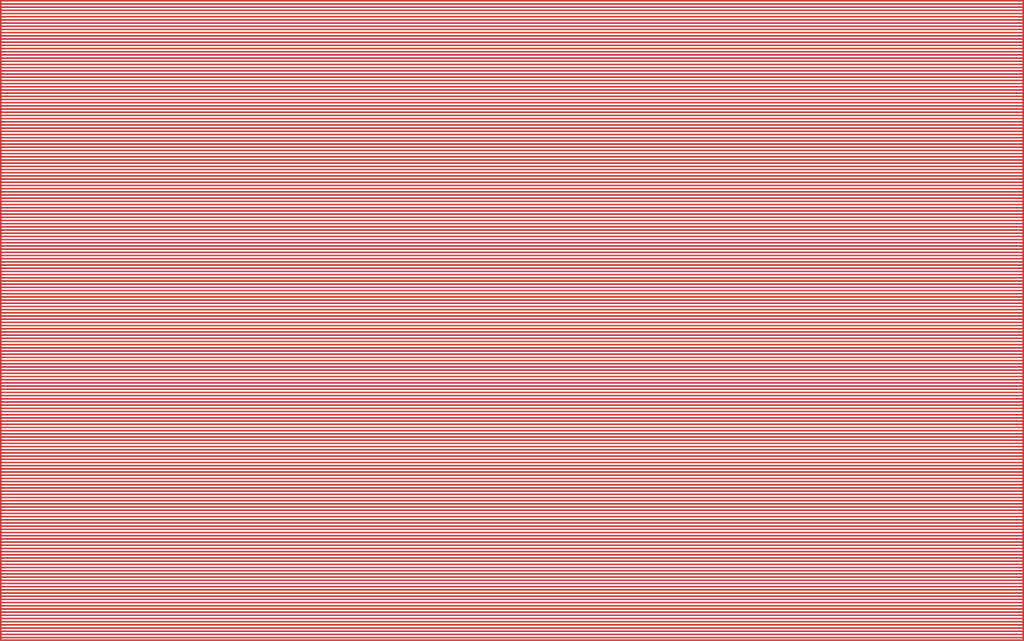
<source format=kicad_pcb>
(kicad_pcb (version 20211014) (generator pcbnew)

  (general
    (thickness 1.6)
  )

  (paper "A4")
  (layers
    (0 "F.Cu" signal)
    (31 "B.Cu" signal)
    (32 "B.Adhes" user "B.Adhesive")
    (33 "F.Adhes" user "F.Adhesive")
    (34 "B.Paste" user)
    (35 "F.Paste" user)
    (36 "B.SilkS" user "B.Silkscreen")
    (37 "F.SilkS" user "F.Silkscreen")
    (38 "B.Mask" user)
    (39 "F.Mask" user)
    (40 "Dwgs.User" user "User.Drawings")
    (41 "Cmts.User" user "User.Comments")
    (42 "Eco1.User" user "User.Eco1")
    (43 "Eco2.User" user "User.Eco2")
    (44 "Edge.Cuts" user)
    (45 "Margin" user)
    (46 "B.CrtYd" user "B.Courtyard")
    (47 "F.CrtYd" user "F.Courtyard")
    (48 "B.Fab" user)
    (49 "F.Fab" user)
    (50 "User.1" user)
    (51 "User.2" user)
    (52 "User.3" user)
    (53 "User.4" user)
    (54 "User.5" user)
    (55 "User.6" user)
    (56 "User.7" user)
    (57 "User.8" user)
    (58 "User.9" user)
  )

  (setup
    (pad_to_mask_clearance 0)
    (pcbplotparams
      (layerselection 0x00010fc_ffffffff)
      (disableapertmacros false)
      (usegerberextensions false)
      (usegerberattributes true)
      (usegerberadvancedattributes true)
      (creategerberjobfile true)
      (svguseinch false)
      (svgprecision 6)
      (excludeedgelayer true)
      (plotframeref false)
      (viasonmask false)
      (mode 1)
      (useauxorigin false)
      (hpglpennumber 1)
      (hpglpenspeed 20)
      (hpglpendiameter 15.000000)
      (dxfpolygonmode true)
      (dxfimperialunits true)
      (dxfusepcbnewfont true)
      (psnegative false)
      (psa4output false)
      (plotreference true)
      (plotvalue true)
      (plotinvisibletext false)
      (sketchpadsonfab false)
      (subtractmaskfromsilk false)
      (outputformat 1)
      (mirror false)
      (drillshape 0)
      (scaleselection 1)
      (outputdirectory "gerber")
    )
  )

  (net 0 "")

  (segment (start 26.958 92.202) (end 189.958 92.202) (width 0.25) (layer "F.Cu") (net 0) (tstamp 0137eda1-a281-48ab-bbec-172d76ea8454))
  (segment (start 26.958 81.026) (end 189.958 81.026) (width 0.25) (layer "F.Cu") (net 0) (tstamp 01fef755-0f7b-4612-854f-9df10a82204d))
  (segment (start 26.958 58.166) (end 189.958 58.166) (width 0.25) (layer "F.Cu") (net 0) (tstamp 059f091f-e58f-42b7-8d84-e174d3541fbf))
  (segment (start 26.958 112.522) (end 189.958 112.522) (width 0.25) (layer "F.Cu") (net 0) (tstamp 067d299a-8e10-4177-857e-ea374d6813c5))
  (segment (start 26.958 85.09) (end 189.958 85.09) (width 0.25) (layer "F.Cu") (net 0) (tstamp 06ad48f4-df0e-4ae2-a731-09e242058df2))
  (segment (start 26.958 45.974) (end 189.958 45.974) (width 0.25) (layer "F.Cu") (net 0) (tstamp 0b735e8e-3bc2-4f10-9b0f-fafed8289056))
  (segment (start 26.958 124.206) (end 189.958 124.206) (width 0.25) (layer "F.Cu") (net 0) (tstamp 0c05a558-978f-4201-b510-a9b2496d33d5))
  (segment (start 26.958 99.314) (end 189.958 99.314) (width 0.25) (layer "F.Cu") (net 0) (tstamp 0f30c589-1da9-44c3-9669-b2064ce8998b))
  (segment (start 26.958 65.278) (end 189.958 65.278) (width 0.25) (layer "F.Cu") (net 0) (tstamp 0f62180a-f93d-4350-a05f-295279c514a9))
  (segment (start 26.958 37.338) (end 189.958 37.338) (width 0.25) (layer "F.Cu") (net 0) (tstamp 0fba0469-385a-4534-86f0-83b3d86e474a))
  (segment (start 26.958 57.15) (end 189.958 57.15) (width 0.25) (layer "F.Cu") (net 0) (tstamp 142cfff5-6cc7-437e-956f-3e77101760cb))
  (segment (start 26.958 108.966) (end 189.958 108.966) (width 0.25) (layer "F.Cu") (net 0) (tstamp 150165f2-0f1c-44a2-bfdc-55ac502edaea))
  (segment (start 26.958 67.818) (end 189.958 67.818) (width 0.25) (layer "F.Cu") (net 0) (tstamp 16354241-be73-4bb2-a797-2ec656bba52b))
  (segment (start 26.958 56.134) (end 189.958 56.134) (width 0.25) (layer "F.Cu") (net 0) (tstamp 17044c77-81ff-4883-854b-1e9ae86345dd))
  (segment (start 26.958 99.822) (end 189.958 99.822) (width 0.25) (layer "F.Cu") (net 0) (tstamp 194fc133-31de-4ddb-b8d5-3719de51bfcc))
  (segment (start 26.958 79.502) (end 189.958 79.502) (width 0.25) (layer "F.Cu") (net 0) (tstamp 196de597-b27e-4294-b02d-4857beecbd69))
  (segment (start 26.958 42.926) (end 189.958 42.926) (width 0.25) (layer "F.Cu") (net 0) (tstamp 197e1a79-4496-43fd-861e-a6d24043de56))
  (segment (start 26.958 44.958) (end 189.958 44.958) (width 0.25) (layer "F.Cu") (net 0) (tstamp 199c62d5-f161-467e-aac0-b122f3353d2a))
  (segment (start 26.958 28.194) (end 189.958 28.194) (width 0.25) (layer "F.Cu") (net 0) (tstamp 1c475bfa-e120-49ba-9240-11ce9a912c85))
  (segment (start 26.958 96.774) (end 189.958 96.774) (width 0.25) (layer "F.Cu") (net 0) (tstamp 1cbb6e1b-45fe-4dd7-be48-9db22abfc169))
  (segment (start 26.958 39.878) (end 189.958 39.878) (width 0.25) (layer "F.Cu") (net 0) (tstamp 1d9c4ee6-5e84-44e4-b0f4-cb5b64f47ace))
  (segment (start 26.958 45.466) (end 189.958 45.466) (width 0.25) (layer "F.Cu") (net 0) (tstamp 23248dce-24e3-4258-be9b-2c3226426482))
  (segment (start 26.958 100.838) (end 189.958 100.838) (width 0.25) (layer "F.Cu") (net 0) (tstamp 2582eef6-0eaf-4ecc-b9c6-35ff2de65c52))
  (segment (start 26.958 51.054) (end 189.958 51.054) (width 0.25) (layer "F.Cu") (net 0) (tstamp 26ab6c8d-b0c6-4267-b0a5-b30ab2f665c2))
  (segment (start 26.958 43.434) (end 189.958 43.434) (width 0.25) (layer "F.Cu") (net 0) (tstamp 2762362f-fff8-4ef7-af41-493e45479bff))
  (segment (start 26.958 41.402) (end 189.958 41.402) (width 0.25) (layer "F.Cu") (net 0) (tstamp 27edd497-eb57-4c05-8b8a-5b763c767c48))
  (segment (start 26.958 66.294) (end 189.958 66.294) (width 0.25) (layer "F.Cu") (net 0) (tstamp 27fb32ec-fd6f-4c9f-9b67-4ef789a458a6))
  (segment (start 26.958 84.074) (end 189.958 84.074) (width 0.25) (layer "F.Cu") (net 0) (tstamp 28080727-78d7-4c33-a566-9cd66d818e73))
  (segment (start 26.958 30.226) (end 189.958 30.226) (width 0.25) (layer "F.Cu") (net 0) (tstamp 28421461-6adf-41fd-964d-e3daa138569c))
  (segment (start 26.958 33.274) (end 189.958 33.274) (width 0.25) (layer "F.Cu") (net 0) (tstamp 2a216a76-d366-4ced-896c-b55dac599b8a))
  (segment (start 26.958 95.758) (end 189.958 95.758) (width 0.25) (layer "F.Cu") (net 0) (tstamp 2bc20418-c48a-4c5a-b4e3-6a4a70caec69))
  (segment (start 26.958 100.33) (end 189.958 100.33) (width 0.25) (layer "F.Cu") (net 0) (tstamp 2c1ad1dd-fd58-4ff3-9b9e-4849ced6b509))
  (segment (start 26.958 31.75) (end 189.958 31.75) (width 0.25) (layer "F.Cu") (net 0) (tstamp 2c458a04-87be-493e-92b7-6843204a7238))
  (segment (start 26.958 48.006) (end 189.958 48.006) (width 0.25) (layer "F.Cu") (net 0) (tstamp 2e020549-ef6d-4683-93ef-83addc1e8b5a))
  (segment (start 26.958 27.686) (end 189.958 27.686) (width 0.25) (layer "F.Cu") (net 0) (tstamp 2e2d0cdd-e591-4450-a51d-a7a4ca2c069d))
  (segment (start 26.958 33.782) (end 189.958 33.782) (width 0.25) (layer "F.Cu") (net 0) (tstamp 2ff88e77-dece-4659-8b63-3c605009fcbe))
  (segment (start 26.958 125.222) (end 189.958 125.222) (width 0.25) (layer "F.Cu") (net 0) (tstamp 2fff4563-28ae-40e5-a71f-d21da1b4b48d))
  (segment (start 26.958 68.326) (end 189.958 68.326) (width 0.25) (layer "F.Cu") (net 0) (tstamp 309c43ca-c615-4b11-b92c-e2f87131cfa0))
  (segment (start 26.958 123.698) (end 189.958 123.698) (width 0.25) (layer "F.Cu") (net 0) (tstamp 31e31be2-ea4d-40fd-b07f-d998e157e6f3))
  (segment (start 26.958 37.846) (end 189.958 37.846) (width 0.25) (layer "F.Cu") (net 0) (tstamp 332684b8-b77e-4a8c-a386-1c014b162710))
  (segment (start 26.958 65.786) (end 189.958 65.786) (width 0.25) (layer "F.Cu") (net 0) (tstamp 343870d5-897c-47e2-b9f8-58a16ab20d2c))
  (segment (start 26.958 28.702) (end 189.958 28.702) (width 0.25) (layer "F.Cu") (net 0) (tstamp 3594b023-0de7-44e7-85a4-7fbfbc88f0c5))
  (segment (start 26.958 40.894) (end 189.958 40.894) (width 0.25) (layer "F.Cu") (net 0) (tstamp 3886be90-e7b7-45fc-bc30-cec6cd64f161))
  (segment (start 26.958 70.358) (end 189.958 70.358) (width 0.25) (layer "F.Cu") (net 0) (tstamp 388c6a47-1f62-4c73-8f76-760c4b8852ec))
  (segment (start 26.958 38.862) (end 189.958 38.862) (width 0.25) (layer "F.Cu") (net 0) (tstamp 393e7503-7faa-425e-b614-b4a0a2c83eb5))
  (segment (start 26.958 94.742) (end 189.958 94.742) (width 0.25) (layer "F.Cu") (net 0) (tstamp 3b310fe1-cfe0-43c6-a1f6-d396202787a0))
  (segment (start 26.958 112.014) (end 189.958 112.014) (width 0.25) (layer "F.Cu") (net 0) (tstamp 3d9f486a-3039-48d3-b2c2-4106d40ab5f8))
  (segment (start 26.958 95.25) (end 189.958 95.25) (width 0.25) (layer "F.Cu") (net 0) (tstamp 3f95069d-09a4-4d51-ac85-5be0623484b0))
  (segment (start 26.958 92.71) (end 189.958 92.71) (width 0.25) (layer "F.Cu") (net 0) (tstamp 41df325f-3d9e-4cfa-b389-a078dec28319))
  (segment (start 26.958 126.238) (end 189.958 126.238) (width 0.25) (layer "F.Cu") (net 0) (tstamp 42237d9b-11da-49d2-8f27-e3040d881f77))
  (segment (start 26.958 102.362) (end 189.958 102.362) (width 0.25) (layer "F.Cu") (net 0) (tstamp 43eea08a-6b04-4664-907f-2ba2c658d470))
  (segment (start 26.958 50.546) (end 189.958 50.546) (width 0.25) (layer "F.Cu") (net 0) (tstamp 446e23e9-e5dd-4223-8a09-7de2acb44fb5))
  (segment (start 26.958 122.682) (end 189.958 122.682) (width 0.25) (layer "F.Cu") (net 0) (tstamp 45827fb6-012e-483e-b823-2864816a72b1))
  (segment (start 26.958 42.418) (end 189.958 42.418) (width 0.25) (layer "F.Cu") (net 0) (tstamp 463add5c-4479-40be-aa2f-71bbecac9a15))
  (segment (start 26.958 34.29) (end 189.958 34.29) (width 0.25) (layer "F.Cu") (net 0) (tstamp 47b95054-956f-44dc-a5b4-15ee4ea91418))
  (segment (start 26.958 88.646) (end 189.958 88.646) (width 0.25) (layer "F.Cu") (net 0) (tstamp 47ff82cc-c192-4b77-8d40-1f2d21eebf5e))
  (segment (start 26.958 29.718) (end 189.958 29.718) (width 0.25) (layer "F.Cu") (net 0) (tstamp 48d89c03-30c5-4247-9f09-e5815e67ff2b))
  (segment (start 26.958 66.802) (end 189.958 66.802) (width 0.25) (layer "F.Cu") (net 0) (tstamp 49af764b-42f7-4897-aa2a-c3d09c3b1437))
  (segment (start 26.958 116.078) (end 189.958 116.078) (width 0.25) (layer "F.Cu") (net 0) (tstamp 4b5acd7d-595f-4532-8da4-206533af9941))
  (segment (start 26.958 123.19) (end 189.958 123.19) (width 0.25) (layer "F.Cu") (net 0) (tstamp 4c8027f3-915c-4853-a53c-bc426a9ca6f1))
  (segment (start 26.958 73.914) (end 189.958 73.914) (width 0.25) (layer "F.Cu") (net 0) (tstamp 4cd02096-2bed-4db1-b436-48310c25ea03))
  (segment (start 26.958 119.126) (end 189.958 119.126) (width 0.25) (layer "F.Cu") (net 0) (tstamp 4fd45f77-3ed4-4f28-b4f7-876ff958a540))
  (segment (start 26.958 67.31) (end 189.958 67.31) (width 0.25) (layer "F.Cu") (net 0) (tstamp 500da3b5-f100-4756-8289-96a6155970be))
  (segment (start 26.958 61.214) (end 189.958 61.214) (width 0.25) (layer "F.Cu") (net 0) (tstamp 518a3875-a78a-460c-b783-de70a8155894))
  (segment (start 26.958 53.594) (end 189.958 53.594) (width 0.25) (layer "F.Cu") (net 0) (tstamp 560fb8de-08ea-4ce3-b952-ebfc555b4239))
  (segment (start 26.958 34.798) (end 189.958 34.798) (width 0.25) (layer "F.Cu") (net 0) (tstamp 56203402-79b1-40a1-97ad-4c42312e0916))
  (segment (start 26.958 77.978) (end 189.958 77.978) (width 0.25) (layer "F.Cu") (net 0) (tstamp 57c9ff08-1242-4aec-9c1d-c4148332469b))
  (segment (start 26.958 27.178) (end 189.958 27.178) (width 0.25) (layer "F.Cu") (net 0) (tstamp 592c91f6-c172-4a32-884a-061752c1bff9))
  (segment (start 26.958 89.662) (end 189.958 89.662) (width 0.25) (layer "F.Cu") (net 0) (tstamp 5a37da92-63af-4864-886a-a75a94480e33))
  (segment (start 26.958 97.79) (end 189.958 97.79) (width 0.25) (layer "F.Cu") (net 0) (tstamp 5a474e30-fb0e-4b19-9cbb-221392d75de1))
  (segment (start 26.958 41.91) (end 189.958 41.91) (width 0.25) (layer "F.Cu") (net 0) (tstamp 5a5a7337-565c-494f-973c-49547247a8e4))
  (segment (start 26.958 93.726) (end 189.958 93.726) (width 0.25) (layer "F.Cu") (net 0) (tstamp 5a753d6b-a6fe-4bdd-938d-0e819db5f50b))
  (segment (start 26.958 110.998) (end 189.958 110.998) (width 0.25) (layer "F.Cu") (net 0) (tstamp 5ad39790-bf38-4b96-a574-354746ed74b4))
  (segment (start 26.958 73.406) (end 189.958 73.406) (width 0.25) (layer "F.Cu") (net 0) (tstamp 5b5c7080-02d0-46a0-a033-9cfab2aad2f2))
  (segment (start 26.958 126.746) (end 189.958 126.746) (width 0.25) (layer "F.Cu") (net 0) (tstamp 61405017-aadd-431d-b0d4-c0fe2ccdb5a2))
  (segment (start 26.958 76.962) (end 189.958 76.962) (width 0.25) (layer "F.Cu") (net 0) (tstamp 63b79c76-211b-4721-8ab9-34e632562716))
  (segment (start 26.958 35.306) (end 189.958 35.306) (width 0.25) (layer "F.Cu") (net 0) (tstamp 64801e0e-c9b6-437d-9a1d-1ec9baec692d))
  (segment (start 26.958 118.618) (end 189.958 118.618) (width 0.25) (layer "F.Cu") (net 0) (tstamp 648bbfde-4f13-46aa-b46e-8c0e2db5bcdc))
  (segment (start 26.958 51.562) (end 189.958 51.562) (width 0.25) (layer "F.Cu") (net 0) (tstamp 65153519-520b-4075-93bb-dee74795edb1))
  (segment (start 26.958 54.102) (end 189.958 54.102) (width 0.25) (layer "F.Cu") (net 0) (tstamp 65d295bd-83e6-4c3c-8369-0d7bd6416dbb))
  (segment (start 26.958 49.53) (end 189.958 49.53) (width 0.25) (layer "F.Cu") (net 0) (tstamp 6622edd6-dc79-4021-a50a-0c5f74b9b17b))
  (segment (start 26.958 31.242) (end 189.958 31.242) (width 0.25) (layer "F.Cu") (net 0) (tstamp 66e17a71-96cf-4407-9b8f-494da5ce20c0))
  (segment (start 26.958 56.642) (end 189.958 56.642) (width 0.25) (layer "F.Cu") (net 0) (tstamp 68fefc62-1998-43bb-9d36-8e6e2897718f))
  (segment (start 26.958 69.85) (end 189.958 69.85) (width 0.25) (layer "F.Cu") (net 0) (tstamp 6a74f893-fd68-409a-8b13-8f04256eb3d3))
  (segment (start 26.958 71.374) (end 189.958 71.374) (width 0.25) (layer "F.Cu") (net 0) (tstamp 6b20b3c3-f89e-42dc-9475-7b682bfcdc3e))
  (segment (start 26.958 72.39) (end 189.958 72.39) (width 0.25) (layer "F.Cu") (net 0) (tstamp 6be47c12-cbbf-467d-8303-0d55b5b310c7))
  (segment (start 26.958 84.582) (end 189.958 84.582) (width 0.25) (layer "F.Cu") (net 0) (tstamp 6d246163-ffcf-4dd4-87aa-1be8d3d72297))
  (segment (start 26.958 63.246) (end 189.958 63.246) (width 0.25) (layer "F.Cu") (net 0) (tstamp 70818a78-c236-4062-ad93-32016d05acc2))
  (segment (start 26.958 115.062) (end 189.958 115.062) (width 0.25) (layer "F.Cu") (net 0) (tstamp 70c07349-a6ed-410a-a0cc-86d43d835779))
  (segment (start 26.958 91.694) (end 189.958 91.694) (width 0.25) (layer "F.Cu") (net 0) (tstamp 7158a563-e006-4c52-ae8c-fd5d8c05d3b0))
  (segment (start 26.958 61.722) (end 189.958 61.722) (width 0.25) (layer "F.Cu") (net 0) (tstamp 72646d2f-1ab2-41c5-b18d-842a62142d68))
  (segment (start 26.958 59.182) (end 189.958 59.182) (width 0.25) (layer "F.Cu") (net 0) (tstamp 73189310-63a8-424c-a390-09693fc402cf))
  (segment (start 26.958 29.21) (end 189.958 29.21) (width 0.25) (layer "F.Cu") (net 0) (tstamp 735aaa45-4abc-43fa-8ba6-46cc9dbdb163))
  (segment (start 26.958 82.55) (end 189.958 82.55) (width 0.25) (layer "F.Cu") (net 0) (tstamp 745710ce-aa80-4dea-aac0-f94455c71d58))
  (segment (start 26.958 55.626) (end 189.958 55.626) (width 0.25) (layer "F.Cu") (net 0) (tstamp 74ed0eda-50ab-4573-b735-6618cab127a4))
  (segment (start 26.958 108.458) (end 189.958 108.458) (width 0.25) (layer "F.Cu") (net 0) (tstamp 763b259e-f9f8-4217-9efd-65ca784f6851))
  (segment (start 26.958 104.394) (end 189.958 104.394) (width 0.25) (layer "F.Cu") (net 0) (tstamp 7696e3a5-422f-47b2-9ba3-fa5944a3b10e))
  (segment (start 26.958 26.67) (end 189.958 26.67) (width 0.25) (layer "F.Cu") (net 0) (tstamp 76d746f4-3f58-4c51-b2a3-c1e775832b8f))
  (segment (start 26.958 74.93) (end 189.958 74.93) (width 0.25) (layer "F.Cu") (net 0) (tstamp 77c61447-a235-4988-932f-9ffdfa3d4772))
  (segment (start 26.958 106.426) (end 189.958 106.426) (width 0.25) (layer "F.Cu") (net 0) (tstamp 7990af17-ff04-478a-8f0c-2c45f4cd5952))
  (segment (start 26.958 26.67) (end 26.958 128.67) (width 0.25) (layer "F.Cu") (net 0) (tstamp 7b48c09d-366d-471a-ab6a-af36bac922ac))
  (segment (start 26.958 89.154) (end 189.958 89.154) (width 0.25) (layer "F.Cu") (net 0) (tstamp 7ba1e32b-b7a5-4c61-b43e-3664fd436575))
  (segment (start 26.958 114.554) (end 189.958 114.554) (width 0.25) (layer "F.Cu") (net 0) (tstamp 7ba41709-763d-4924-b365-501a763cce07))
  (segment (start 26.958 121.666) (end 189.958 121.666) (width 0.25) (layer "F.Cu") (net 0) (tstamp 7c579c89-f2d4-4bc4-9547-3a48ee733924))
  (segment (start 26.958 75.946) (end 189.958 75.946) (width 0.25) (layer "F.Cu") (net 0) (tstamp 7ce3276e-3e00-4996-822e-067083750260))
  (segment (start 26.958 90.678) (end 189.958 90.678) (width 0.25) (layer "F.Cu") (net 0) (tstamp 7dc149e5-1b01-4946-81b8-fffd3e526eb1))
  (segment (start 26.958 121.158) (end 189.958 121.158) (width 0.25) (layer "F.Cu") (net 0) (tstamp 80e18b6f-cec6-4e76-9aa8-af6529a35095))
  (segment (start 26.958 128.27) (end 189.958 128.27) (width 0.25) (layer "F.Cu") (net 0) (tstamp 81c35131-60ad-4684-894d-b1b82054a08d))
  (segment (start 26.958 54.61) (end 189.958 54.61) (width 0.25) (layer "F.Cu") (net 0) (tstamp 84c5c42f-cc6d-44fa-ba9d-2af9764944be))
  (segment (start 26.958 124.714) (end 189.958 124.714) (width 0.25) (layer "F.Cu") (net 0) (tstamp 860b82c5-62d5-4b6c-9453-ef564d3a31ab))
  (segment (start 26.958 127.762) (end 189.958 127.762) (width 0.25) (layer "F.Cu") (net 0) (tstamp 869f6a81-7a03-4dd3-9743-e6256de47d46))
  (segment (start 26.958 127.254) (end 189.958 127.254) (width 0.25) (layer "F.Cu") (net 0) (tstamp 87e9fc6b-c8fd-4388-8f3b-884ef8c04854))
  (segment (start 26.958 90.17) (end 189.958 90.17) (width 0.25) (layer "F.Cu") (net 0) (tstamp 884b85b8-53db-4467-9ae6-7af58a36dbbc))
  (segment (start 26.958 119.634) (end 189.958 119.634) (width 0.25) (layer "F.Cu") (net 0) (tstamp 8ad3f0b3-49b2-46bc-8ea0-8e3d4b6c39ac))
  (segment (start 26.958 103.378) (end 189.958 103.378) (width 0.25) (layer "F.Cu") (net 0) (tstamp 8b678575-44ee-4022-9856-b98a338d4a24))
  (segment (start 26.958 62.23) (end 189.958 62.23) (width 0.25) (layer "F.Cu") (net 0) (tstamp 8b96bc73-ef9f-4c5e-85f6-604e9884d540))
  (segment (start 26.958 48.514) (end 189.958 48.514) (width 0.25) (layer "F.Cu") (net 0) (tstamp 8ca20e50-2491-4a9c-bbbc-070aecf9f418))
  (segment (start 26.958 94.234) (end 189.958 94.234) (width 0.25) (layer "F.Cu") (net 0) (tstamp 8d70cdd3-780c-428f-bce6-0db8ea42fb92))
  (segment (start 26.958 52.578) (end 189.958 52.578) (width 0.25) (layer "F.Cu") (net 0) (tstamp 8d77ac6c-040d-4043-b9a0-a7ba91b70e83))
  (segment (start 26.958 78.486) (end 189.958 78.486) (width 0.25) (layer "F.Cu") (net 0) (tstamp 8e71bbc6-fdb8-4e8a-bb2d-459b2950824e))
  (segment (start 26.958 68.834) (end 189.958 68.834) (width 0.25) (layer "F.Cu") (net 0) (tstamp 8f1f7229-a366-419d-9edc-906ebbb682ab))
  (segment (start 26.958 78.994) (end 189.958 78.994) (width 0.25) (layer "F.Cu") (net 0) (tstamp 90a0860f-dc0f-486d-8126-ac86f257452e))
  (segment (start 26.958 52.07) (end 189.958 52.07) (width 0.25) (layer "F.Cu") (net 0) (tstamp 92125758-6d25-4687-9662-3ee0a7b63316))
  (segment (start 26.958 36.322) (end 189.958 36.322) (width 0.25) (layer "F.Cu") (net 0) (tstamp 92367d55-e866-4d69-84fa-bb361751d6c6))
  (segment (start 26.958 62.738) (end 189.958 62.738) (width 0.25) (layer "F.Cu") (net 0) (tstamp 93e3326c-3781-4d1e-a8f4-5d638e8979ed))
  (segment (start 26.958 104.902) (end 189.958 104.902) (width 0.25) (layer "F.Cu") (net 0) (tstamp 9af9c564-6e5f-4db1-9592-df0d8c8da6f0))
  (segment (start 26.958 83.058) (end 189.958 83.058) (width 0.25) (layer "F.Cu") (net 0) (tstamp 9b65145f-d75d-4eb3-a8f3-bc9791e56b55))
  (segment (start 26.958 116.586) (end 189.958 116.586) (width 0.25) (layer "F.Cu") (net 0) (tstamp 9c1152f2-746c-4313-aa8d-22ce8aa1aa63))
  (segment (start 26.958 49.022) (end 189.958 49.022) (width 0.25) (layer "F.Cu") (net 0) (tstamp 9c198d1e-fdfd-4fbc-a1b5-d7e73ad4200a))
  (segment (start 26.958 85.598) (end 189.958 85.598) (width 0.25) (layer "F.Cu") (net 0) (tstamp 9ddef23e-7d89-44cb-a631-03dba6075bb2))
  (segment (start 26.958 75.438) (end 189.958 75.438) (width 0.25) (layer "F.Cu") (net 0) (tstamp 9e4af147-6dbe-4800-b2b8-610635f46cf7))
  (segment (start 26.958 64.77) (end 189.958 64.77) (width 0.25) (layer "F.Cu") (net 0) (tstamp a01728b0-6be2-4560-8b83-056df9dc21b7))
  (segment (start 26.958 86.614) (end 189.958 86.614) (width 0.25) (layer "F.Cu") (net 0) (tstamp a10e2004-645f-4eb5-970c-4eebeef410fd))
  (segment (start 26.958 58.674) (end 189.958 58.674) (width 0.25) (layer "F.Cu") (net 0) (tstamp a1bf63b1-aef8-421a-9ad4-00aebc6542dd))
  (segment (start 26.958 57.658) (end 189.958 57.658) (width 0.25) (layer "F.Cu") (net 0) (tstamp a1fa6193-abe0-4159-b133-4939b22d07b0))
  (segment (start 26.958 82.042) (end 189.958 82.042) (width 0.25) (layer "F.Cu") (net 0) (tstamp a28781bf-a30f-45a3-a62f-4223427e99bb))
  (segment (start 26.958 98.806) (end 189.958 98.806) (width 0.25) (layer "F.Cu") (net 0) (tstamp a4557fde-031b-43dd-9267-79a5c02e9a8b))
  (segment (start 26.958 113.538) (end 189.958 113.538) (width 0.25) (layer "F.Cu") (net 0) (tstamp a536cadc-cbb8-47ce-8fc8-83ceb5f5b52b))
  (segment (start 26.958 80.01) (end 189.958 80.01) (width 0.25) (layer "F.Cu") (net 0) (tstamp a6d9fe07-74f1-453e-9b71-c7eb8bbf8012))
  (segment (start 26.958 128.67) (end 189.958 128.67) (width 0.25) (layer "F.Cu") (net 0) (tstamp aadde9a4-8e64-4fda-8009-3d55ec1db9cd))
  (segment (start 26.958 125.73) (end 189.958 125.73) (width 0.25) (layer "F.Cu") (net 0) (tstamp abd627b1-6972-4245-b8dc-6952c6ad227b))
  (segment (start 26.958 77.47) (end 189.958 77.47) (width 0.25) (layer "F.Cu") (net 0) (tstamp ac34767a-2b7c-4e95-98f6-7277656429a3))
  (segment (start 26.958 113.03) (end 189.958 113.03) (width 0.25) (layer "F.Cu") (net 0) (tstamp adf060cd-a020-4ed9-8bab-7aad9f162287))
  (segment (start 26.958 117.094) (end 189.958 117.094) (width 0.25) (layer "F.Cu") (net 0) (tstamp af186973-899b-430f-bbc4-610790164278))
  (segment (start 26.958 98.298) (end 189.958 98.298) (width 0.25) (layer "F.Cu") (net 0) (tstamp af8d9925-5a3c-42b5-bc61-e0726eece593))
  (segment (start 26.958 60.198) (end 189.958 60.198) (width 0.25) (layer "F.Cu") (net 0) (tstamp afbb8590-5b7c-4f3a-9207-82d55d9bd1e6))
  (segment (start 26.958 72.898) (end 189.958 72.898) (width 0.25) (layer "F.Cu") (net 0) (tstamp b0d0f61f-8824-403f-b7c5-c511cce68c58))
  (segment (start 26.958 110.49) (end 189.958 110.49) (width 0.25) (layer "F.Cu") (net 0) (tstamp b3d4e240-701f-47d2-ab62-7e3c12ba9eaf))
  (segment (start 26.958 87.122) (end 189.958 87.122) (width 0.25) (layer "F.Cu") (net 0) (tstamp b457c687-6cb9-4cb4-88ce-cd6bf8540fa2))
  (segment (start 26.958 80.518) (end 189.958 80.518) (width 0.25) (layer "F.Cu") (net 0) (tstamp b4a71d1c-1e87-4ef3-b3e0-ec21fae4511b))
  (segment (start 26.958 50.038) (end 189.958 50.038) (width 0.25) (layer "F.Cu") (net 0) (tstamp b6143448-81ab-4a1c-806b-d5f6ff356d5e))
  (segment (start 26.958 105.918) (end 189.958 105.918) (width 0.25) (layer "F.Cu") (net 0) (tstamp b759f57b-bd18-4606-81a3-44e8ed05eecf))
  (segment (start 26.958 111.506) (end 189.958 111.506) (width 0.25) (layer "F.Cu") (net 0) (tstamp b9086175-f44c-4e71-b882-25cd78abf8b0))
  (segment (start 26.958 105.41) (end 189.958 105.41) (width 0.25) (layer "F.Cu") (net 0) (tstamp b9136556-e5f0-4fc6-b60b-bf9d35b79d98))
  (segment (start 26.958 47.498) (end 189.958 47.498) (width 0.25) (layer "F.Cu") (net 0) (tstamp b94ee3bb-9400-43cc-a324-ca6d75f88eed))
  (segment (start 26.958 32.766) (end 189.958 32.766) (width 0.25) (layer "F.Cu") (net 0) (tstamp bba47310-6ba9-4a3e-8284-50523fb7bf46))
  (segment (start 26.958 118.11) (end 189.958 118.11) (width 0.25) (layer "F.Cu") (net 0) (tstamp bbe07f5b-89f0-43fa-87cf-dde5ca23c6cf))
  (segment (start 26.958 107.442) (end 189.958 107.442) (width 0.25) (layer "F.Cu") (net 0) (tstamp bf44c414-7b44-4ebb-819c-a4357d1bdd86))
  (segment (start 26.958 122.174) (end 189.958 122.174) (width 0.25) (layer "F.Cu") (net 0) (tstamp c121c6a8-bf2a-4d06-bdfc-3870baa058dc))
  (segment (start 26.958 70.866) (end 189.958 70.866) (width 0.25) (layer "F.Cu") (net 0) (tstamp c3466848-847c-45e5-9fc8-7dd29c9152df))
  (segment (start 26.958 91.186) (end 189.958 91.186) (width 0.25) (layer "F.Cu") (net 0) (tstamp c390e3f9-b8d5-4363-8edc-c6e39deaa144))
  (segment (start 26.958 44.45) (end 189.958 44.45) (width 0.25) (layer "F.Cu") (net 0) (tstamp c442a207-b777-434a-900f-cdc85bb59146))
  (segment (start 26.958 60.706) (end 189.958 60.706) (width 0.25) (layer "F.Cu") (net 0) (tstamp c5ffde6b-5847-429b-85ba-1be95d28c756))
  (segment (start 26.958 101.854) (end 189.958 101.854) (width 0.25) (layer "F.Cu") (net 0) (tstamp c6f13ace-d632-48d0-878e-0702b7ccf50a))
  (segment (start 26.958 64.262) (end 189.958 64.262) (width 0.25) (layer "F.Cu") (net 0) (tstamp cde48d42-2fd7-4cc2-a4cb-00dec865dd15))
  (segment (start 26.958 106.934) (end 189.958 106.934) (width 0.25) (layer "F.Cu") (net 0) (tstamp d11e887e-141e-4a35-8ed8-fe9106a38088))
  (segment (start 26.958 97.282) (end 189.958 97.282) (width 0.25) (layer "F.Cu") (net 0) (tstamp d3a4380a-021c-45cf-8a02-2cbb2bd982d5))
  (segment (start 26.958 87.63) (end 189.958 87.63) (width 0.25) (layer "F.Cu") (net 0) (tstamp d5ef10f5-d09d-47c7-bfa9-19423e1c47b4))
  (segment (start 26.958 38.354) (end 189.958 38.354) (width 0.25) (layer "F.Cu") (net 0) (tstamp d6422696-5922-4fa4-82d9-36e803779ef8))
  (segment (start 26.958 120.65) (end 189.958 120.65) (width 0.25) (layer "F.Cu") (net 0) (tstamp d6a95e3a-2ac4-4d49-8981-83dab5cd6220))
  (segment (start 26.958 83.566) (end 189.958 83.566) (width 0.25) (layer "F.Cu") (net 0) (tstamp d6b0053e-3d68-42e8-97d8-ede94b1a6ef6))
  (segment (start 26.958 43.942) (end 189.958 43.942) (width 0.25) (layer "F.Cu") (net 0) (tstamp db22a8a0-6163-41c8-a0d1-b6294fa27651))
  (segment (start 26.958 46.482) (end 189.958 46.482) (width 0.25) (layer "F.Cu") (net 0) (tstamp db85ba67-8ebc-46db-848b-ef3e4e72d0c1))
  (segment (start 26.958 109.474) (end 189.958 109.474) (width 0.25) (layer "F.Cu") (net 0) (tstamp df8e29ba-2d20-4f10-995b-92deaded6d4e))
  (segment (start 26.958 74.422) (end 189.958 74.422) (width 0.25) (layer "F.Cu") (net 0) (tstamp e149c74b-1a72-452c-9316-dd63418ebcaf))
  (segment (start 26.958 93.218) (end 189.958 93.218) (width 0.25) (layer "F.Cu") (net 0) (tstamp e2b9fc5c-bf83-4bdc-8a06-c85515b8d604))
  (segment (start 26.958 88.138) (end 189.958 88.138) (width 0.25) (layer "F.Cu") (net 0) (tstamp e41396ef-fcb8-4f30-a0dd-0577b072e8e3))
  (segment (start 26.958 46.99) (end 189.958 46.99) (width 0.25) (layer "F.Cu") (net 0) (tstamp e48cfba9-cb09-450a-a6b2-e73e0b176a39))
  (segment (start 26.958 107.95) (end 189.958 107.95) (width 0.25) (layer "F.Cu") (net 0) (tstamp e4b61afc-3800-44bc-b13b-bd452858e6b2))
  (segment (start 26.958 36.83) (end 189.958 36.83) (width 0.25) (layer "F.Cu") (net 0) (tstamp e72891a3-ab12-4714-9962-8e94bf03c784))
  (segment (start 26.958 32.258) (end 189.958 32.258) (width 0.25) (layer "F.Cu") (net 0) (tstamp e8f521d7-6b12-482a-9a68-0dfd3d483a40))
  (segment (start 26.958 39.37) (end 189.958 39.37) (width 0.25) (layer "F.Cu") (net 0) (tstamp eac0966b-248f-458a-98d9-ec9107f5bdc2))
  (segment (start 26.958 69.342) (end 189.958 69.342) (width 0.25) (layer "F.Cu") (net 0) (tstamp eb2435b6-0b0e-4aa6-ab43-664704342d5d))
  (segment (start 26.958 86.106) (end 189.958 86.106) (width 0.25) (layer "F.Cu") (net 0) (tstamp eb6cd076-3a07-4113-9ae7-8ad3097ca474))
  (segment (start 26.958 81.534) (end 189.958 81.534) (width 0.25) (layer "F.Cu") (net 0) (tstamp eb704bba-b0fe-461b-914f-adac5d2d4f73))
  (segment (start 26.958 101.346) (end 189.958 101.346) (width 0.25) (layer "F.Cu") (net 0) (tstamp ec3def5f-ec2c-42e1-a8bd-4e1debc33ba8))
  (segment (start 26.958 35.814) (end 189.958 35.814) (width 0.25) (layer "F.Cu") (net 0) (tstamp ed3da514-179d-46c2-8e91-4ccd983fef67))
  (segment (start 26.958 63.754) (end 189.958 63.754) (width 0.25) (layer "F.Cu") (net 0) (tstamp ef13e513-acfa-4ef5-ac3d-f76f05da382b))
  (segment (start 26.958 71.882) (end 189.958 71.882) (width 0.25) (layer "F.Cu") (net 0) (tstamp ef8dbda2-18ee-4089-9072-fcdcaff4ad05))
  (segment (start 189.958 26.67) (end 189.958 128.67) (width 0.25) (layer "F.Cu") (net 0) (tstamp f03478ba-f8e8-4ce7-a1fa-dca7b15de97a))
  (segment (start 26.958 109.982) (end 189.958 109.982) (width 0.25) (layer "F.Cu") (net 0) (tstamp f47f0996-cf7a-4dcf-8ace-c4d542792ff2))
  (segment (start 26.958 30.734) (end 189.958 30.734) (width 0.25) (layer "F.Cu") (net 0) (tstamp f5f7cf5a-843d-467c-97d8-de29adab5d08))
  (segment (start 26.958 114.046) (end 189.958 114.046) (width 0.25) (layer "F.Cu") (net 0) (tstamp f6130a08-de36-4d6d-b8cc-dfef4890d083))
  (segment (start 26.958 115.57) (end 189.958 115.57) (width 0.25) (layer "F.Cu") (net 0) (tstamp f68dee04-69a9-4105-932c-4c5767c26d39))
  (segment (start 26.958 120.142) (end 189.958 120.142) (width 0.25) (layer "F.Cu") (net 0) (tstamp f6e8d3bc-b578-4f5e-a82c-9cddf3ae5f22))
  (segment (start 26.958 40.386) (end 189.958 40.386) (width 0.25) (layer "F.Cu") (net 0) (tstamp f87d441f-a3eb-40a1-82a9-08e64a9943af))
  (segment (start 26.958 96.266) (end 189.958 96.266) (width 0.25) (layer "F.Cu") (net 0) (tstamp f8edf40c-71eb-4201-aa1a-331547cca0f4))
  (segment (start 26.958 102.87) (end 189.958 102.87) (width 0.25) (layer "F.Cu") (net 0) (tstamp fa33952f-5679-428d-b7a2-a00dca8d6c59))
  (segment (start 26.958 117.602) (end 189.958 117.602) (width 0.25) (layer "F.Cu") (net 0) (tstamp fbbb8d7a-bb86-4902-83e0-fe3194503f85))
  (segment (start 26.958 76.454) (end 189.958 76.454) (width 0.25) (layer "F.Cu") (net 0) (tstamp fcefbfac-a978-47e7-b6cc-1f627a255393))
  (segment (start 26.958 53.086) (end 189.958 53.086) (width 0.25) (layer "F.Cu") (net 0) (tstamp fd589ec0-9519-491b-82fb-acebbb131d67))
  (segment (start 26.958 59.69) (end 189.958 59.69) (width 0.25) (layer "F.Cu") (net 0) (tstamp fd758066-e711-4d2b-9e4e-99d194fd19c7))
  (segment (start 26.958 55.118) (end 189.958 55.118) (width 0.25) (layer "F.Cu") (net 0) (tstamp fe6e0fd3-af99-4ac0-9299-8b30ff907444))
  (segment (start 26.958 103.886) (end 189.958 103.886) (width 0.25) (layer "F.Cu") (net 0) (tstamp ff6c56bd-3baa-47b6-97fa-0ecdddac7b3a))

)

</source>
